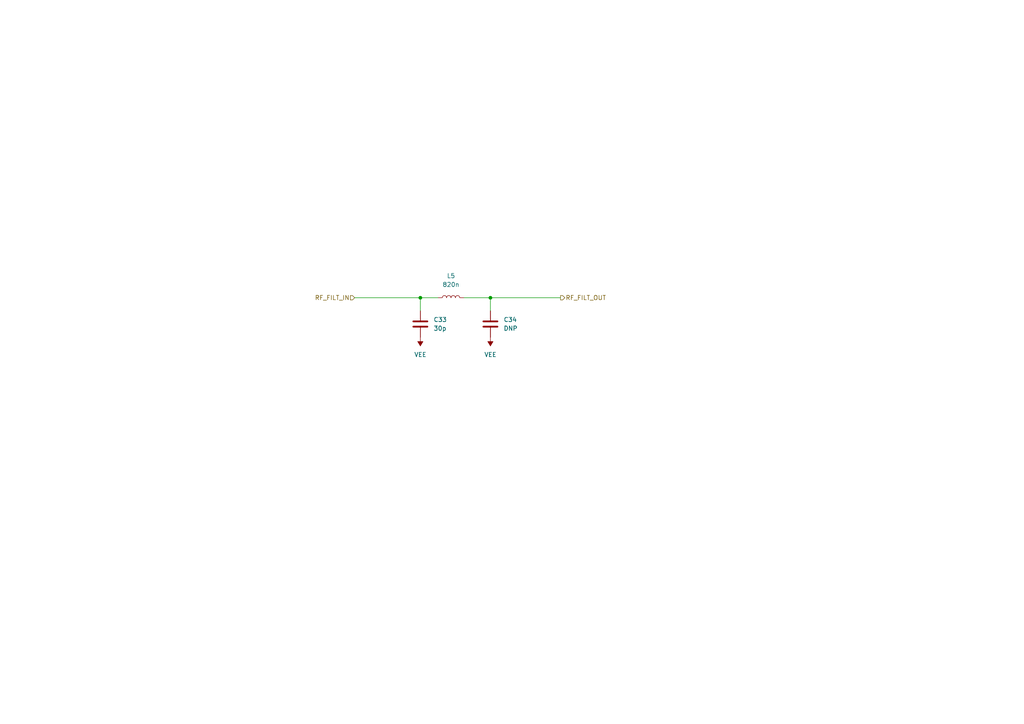
<source format=kicad_sch>
(kicad_sch (version 20211123) (generator eeschema)
  (paper "A4")
  (lib_symbols
    (symbol "Device:C" (pin_numbers hide) (pin_names (offset 0.254))
      (property "Reference" "C" (at 0.635 2.54 0))
      (property "Value" "C" (at 0.635 -2.54 0))
      (symbol "C_0_1"
        (polyline (pts (xy -2.032 -0.762) (xy 2.032 -0.762)) (stroke (width 0.508)))
        (polyline (pts (xy -2.032 0.762) (xy 2.032 0.762)) (stroke (width 0.508)))
      )
      (symbol "C_1_1"
        (pin passive line (at 0 3.81 270) (length 2.794) (name "~") (number "1"))
        (pin passive line (at 0 -3.81 90) (length 2.794) (name "~") (number "2"))
      )
    )
    (symbol "Device:L" (pin_numbers hide) (pin_names (offset 1.016) hide)
      (property "Reference" "L" (at -1.27 0 90))
      (property "Value" "L" (at 1.905 0 90))
      (symbol "L_0_1"
        (arc (start 0 -2.54) (mid 0.635 -1.905) (end 0 -1.27))
        (arc (start 0 -1.27) (mid 0.635 -0.635) (end 0 0))
        (arc (start 0 0) (mid 0.635 0.635) (end 0 1.27))
        (arc (start 0 1.27) (mid 0.635 1.905) (end 0 2.54))
      )
      (symbol "L_1_1"
        (pin passive line (at 0 3.81 270) (length 1.27) (name "1") (number "1"))
        (pin passive line (at 0 -3.81 90) (length 1.27) (name "2") (number "2"))
      )
    )
    (symbol "power:VEE" (power) (pin_names (offset 0))
      (property "Value" "VEE" (at 0 3.81 0))
      (symbol "VEE_0_1"
        (polyline (pts (xy 0 0) (xy 0 2.54)))
        (polyline (pts (xy 0.762 1.27) (xy -0.762 1.27) (xy 0 2.54) (xy 0.762 1.27)) (fill (type outline)))
      )
      (symbol "VEE_1_1"
        (pin power_in line (at 0 0 90) (length 0) hide (name "VEE") (number "1"))
      )
    )
  )
  (junction (at 121.92 86.36))
  (junction (at 142.24 86.36))
  (wire (pts (xy 102.87 86.36) (xy 121.92 86.36)))
  (wire (pts (xy 121.92 86.36) (xy 127 86.36)))
  (wire (pts (xy 121.92 90.17) (xy 121.92 86.36)))
  (wire (pts (xy 142.24 86.36) (xy 162.56 86.36)))
  (wire (pts (xy 142.24 86.36) (xy 134.62 86.36)))
  (wire (pts (xy 142.24 90.17) (xy 142.24 86.36)))
  (hierarchical_label "RF_FILT_OUT" (shape output) (at 162.56 86.36 0))
  (hierarchical_label "RF_FILT_IN" (shape input) (at 102.87 86.36 180))
  (symbol (lib_id "power:VEE") (at 121.92 97.79 180) (unit 1)
    (property "Reference" "#PWR0152" (effects hide))
    (property "Value" "VEE" (at 121.92 102.87 0))
  )
  (symbol (lib_id "Device:C") (at 142.24 93.98 0) (unit 1)
    (property "Reference" "C34" (at 146.05 92.7099 0) (effects (justify left)))
    (property "Value" "DNP" (at 146.05 95.2499 0) (effects (justify left)))
    (property "Footprint" "Capacitor_SMD:C_0603_1608Metric" (effects hide))
  )
  (symbol (lib_id "power:VEE") (at 142.24 97.79 180) (unit 1)
    (property "Reference" "#PWR0151" (effects hide))
    (property "Value" "VEE" (at 142.24 102.87 0))
  )
  (symbol (lib_id "Device:C") (at 121.92 93.98 0) (unit 1)
    (property "Reference" "C33" (at 125.73 92.7099 0) (effects (justify left)))
    (property "Value" "30p" (at 125.73 95.2499 0) (effects (justify left)))
    (property "Footprint" "Capacitor_SMD:C_0603_1608Metric" (effects hide))
  )
  (symbol (lib_id "Device:L") (at 130.81 86.36 90) (unit 1)
    (property "Reference" "L5" (at 130.81 80.01 90))
    (property "Value" "820n" (at 130.81 82.55 90))
    (property "Footprint" "Capacitor_SMD:C_0805_2012Metric" (effects hide))
  )
)
</source>
